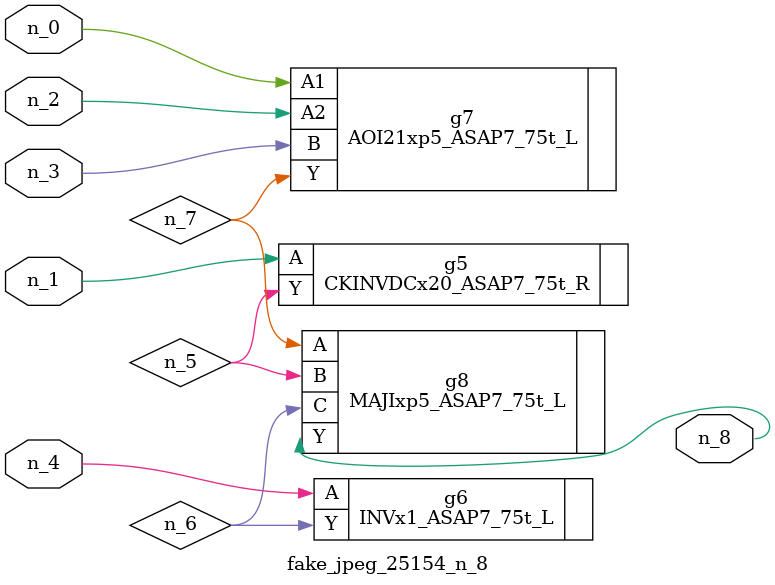
<source format=v>
module fake_jpeg_25154_n_8 (n_3, n_2, n_1, n_0, n_4, n_8);

input n_3;
input n_2;
input n_1;
input n_0;
input n_4;

output n_8;

wire n_6;
wire n_5;
wire n_7;

CKINVDCx20_ASAP7_75t_R g5 ( 
.A(n_1),
.Y(n_5)
);

INVx1_ASAP7_75t_L g6 ( 
.A(n_4),
.Y(n_6)
);

AOI21xp5_ASAP7_75t_L g7 ( 
.A1(n_0),
.A2(n_2),
.B(n_3),
.Y(n_7)
);

MAJIxp5_ASAP7_75t_L g8 ( 
.A(n_7),
.B(n_5),
.C(n_6),
.Y(n_8)
);


endmodule
</source>
